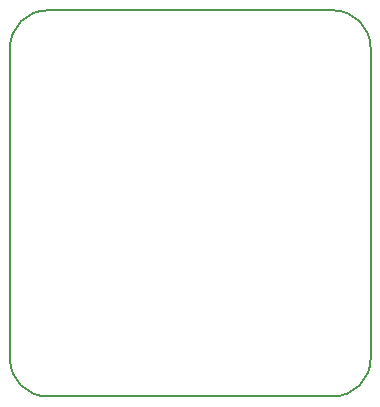
<source format=gbr>
G04 #@! TF.FileFunction,Profile,NP*
%FSLAX46Y46*%
G04 Gerber Fmt 4.6, Leading zero omitted, Abs format (unit mm)*
G04 Created by KiCad (PCBNEW 4.0.6) date 02/07/20 07:53:38*
%MOMM*%
%LPD*%
G01*
G04 APERTURE LIST*
%ADD10C,0.100000*%
%ADD11C,0.150000*%
G04 APERTURE END LIST*
D10*
D11*
X103635224Y-31572200D02*
X103635224Y-57912000D01*
X76276200Y-28397200D02*
X100460224Y-28397200D01*
X100460224Y-61087000D02*
X76276200Y-61087000D01*
X100460224Y-28397200D02*
G75*
G02X103635224Y-31572200I0J-3175000D01*
G01*
X73101200Y-31572200D02*
G75*
G02X76276200Y-28397200I3175000J0D01*
G01*
X76276200Y-61087000D02*
G75*
G02X73101200Y-57912000I0J3175000D01*
G01*
X103635224Y-57912000D02*
G75*
G02X100460224Y-61087000I-3175000J0D01*
G01*
X73101200Y-57912000D02*
X73101200Y-31572200D01*
M02*

</source>
